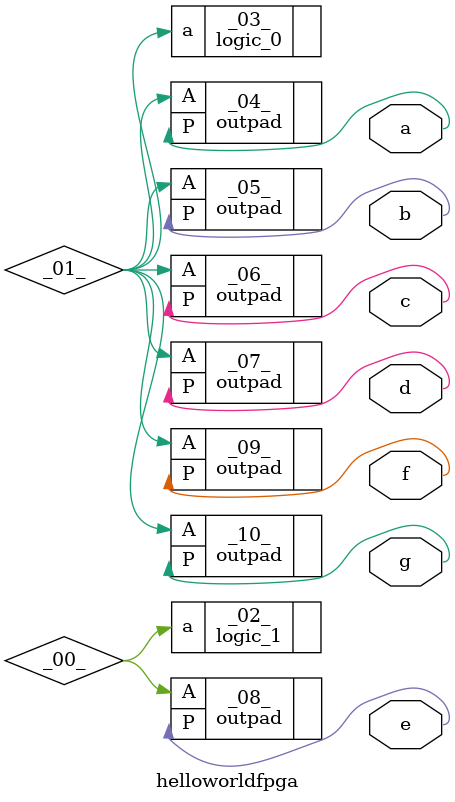
<source format=v>
/* Generated by Yosys 0.9+2406 (git sha1 9ac3484, x86_64-conda_cos6-linux-gnu-gcc 1.24.0.133_b0863d8_dirty -fvisibility-inlines-hidden -fmessage-length=0 -march=nocona -mtune=haswell -ftree-vectorize -fPIC -fstack-protector-strong -fno-plt -O2 -ffunction-sections -fdebug-prefix-map=/root/anaconda3/conda-bld/yosys_1607410735049/work=/usr/local/src/conda/yosys-0.8.0_0003_e80fb742f_20201208_122808 -fdebug-prefix-map=/home/raghavendra/qorc-sdk/fpga_toolchain_install/v1.3.1/conda=/usr/local/src/conda-prefix -fPIC -Os) */

(* top =  1  *)
(* src = "/home/raghavendra/qorc-sdk/vaman/trunk/fpga/sevenseg/codes/static/sevenseg.v:8.1-26.10" *)
module helloworldfpga(a, b, c, d, e, f, g);
  wire _00_;
  wire _01_;
  (* src = "/home/raghavendra/qorc-sdk/vaman/trunk/fpga/sevenseg/codes/static/sevenseg.v:9.25-9.26" *)
  output a;
  (* src = "/home/raghavendra/qorc-sdk/vaman/trunk/fpga/sevenseg/codes/static/sevenseg.v:10.25-10.26" *)
  output b;
  (* src = "/home/raghavendra/qorc-sdk/vaman/trunk/fpga/sevenseg/codes/static/sevenseg.v:11.25-11.26" *)
  output c;
  (* src = "/home/raghavendra/qorc-sdk/vaman/trunk/fpga/sevenseg/codes/static/sevenseg.v:12.21-12.22" *)
  output d;
  (* src = "/home/raghavendra/qorc-sdk/vaman/trunk/fpga/sevenseg/codes/static/sevenseg.v:13.23-13.24" *)
  output e;
  (* src = "/home/raghavendra/qorc-sdk/vaman/trunk/fpga/sevenseg/codes/static/sevenseg.v:14.22-14.23" *)
  output f;
  (* src = "/home/raghavendra/qorc-sdk/vaman/trunk/fpga/sevenseg/codes/static/sevenseg.v:15.23-15.24" *)
  output g;
  logic_1 _02_ (
    .a(_00_)
  );
  logic_0 _03_ (
    .a(_01_)
  );
  (* keep = 32'd1 *)
  outpad #(
    .IO_LOC("X12Y3"),
    .IO_PAD("3"),
    .IO_TYPE("BIDIR")
  ) _04_ (
    .A(_01_),
    .P(a)
  );
  (* keep = 32'd1 *)
  outpad #(
    .IO_LOC("X14Y3"),
    .IO_PAD("64"),
    .IO_TYPE("BIDIR")
  ) _05_ (
    .A(_01_),
    .P(b)
  );
  (* keep = 32'd1 *)
  outpad #(
    .IO_LOC("X16Y3"),
    .IO_PAD("62"),
    .IO_TYPE("BIDIR")
  ) _06_ (
    .A(_01_),
    .P(c)
  );
  (* keep = 32'd1 *)
  outpad #(
    .IO_LOC("X18Y3"),
    .IO_PAD("63"),
    .IO_TYPE("BIDIR")
  ) _07_ (
    .A(_01_),
    .P(d)
  );
  (* keep = 32'd1 *)
  outpad #(
    .IO_LOC("X20Y3"),
    .IO_PAD("61"),
    .IO_TYPE("BIDIR")
  ) _08_ (
    .A(_00_),
    .P(e)
  );
  (* keep = 32'd1 *)
  outpad #(
    .IO_LOC("X24Y3"),
    .IO_PAD("59"),
    .IO_TYPE("BIDIR")
  ) _09_ (
    .A(_01_),
    .P(f)
  );
  (* keep = 32'd1 *)
  outpad #(
    .IO_LOC("X26Y3"),
    .IO_PAD("57"),
    .IO_TYPE("BIDIR")
  ) _10_ (
    .A(_01_),
    .P(g)
  );
endmodule

</source>
